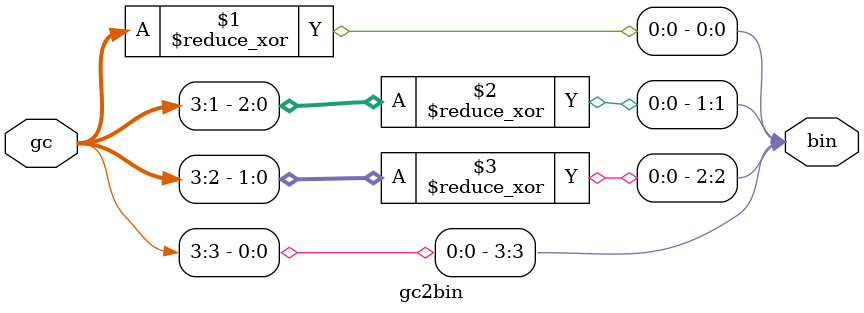
<source format=v>
module gc2bin(gc,
	      bin
	      );

   // Top level block parameters
   parameter DATA_WIDTH = 4; // size of the gray code data

   // Input
   input wire [DATA_WIDTH-1:0] gc;
   genvar		       i;
   
   // Output
   output [DATA_WIDTH-1:0]     bin;

   // Generate according to implementation
   generate 
      for (i=0; i<DATA_WIDTH; i=i+1)
	begin : gc2bin
	   assign bin[i] = ^ gc[DATA_WIDTH-1:i];
	end
   endgenerate
   
endmodule


</source>
